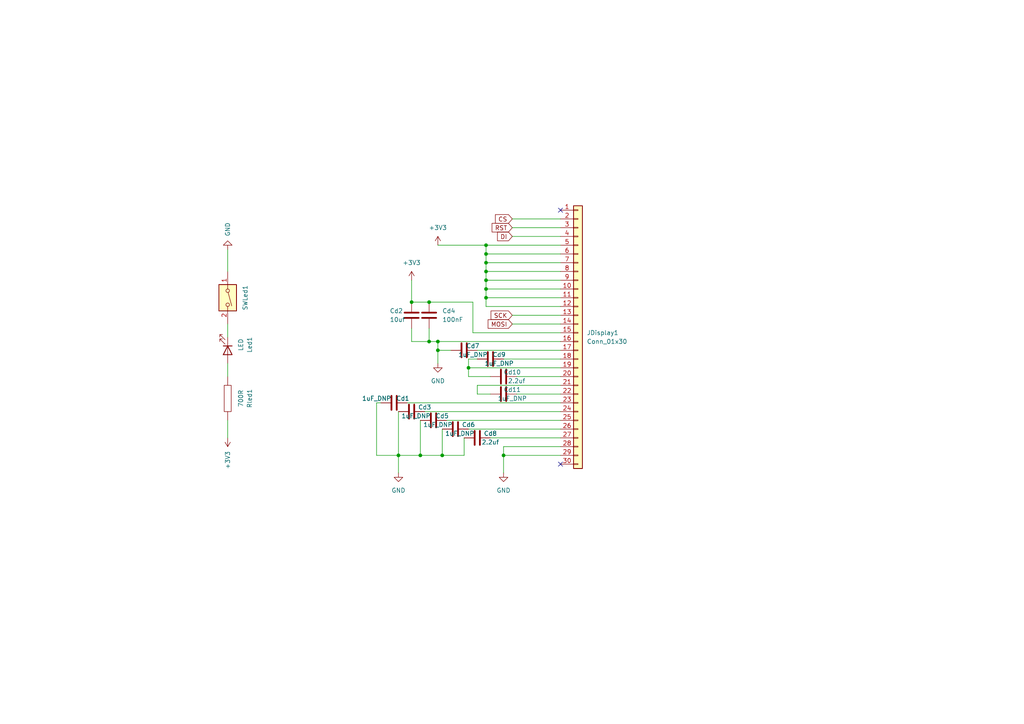
<source format=kicad_sch>
(kicad_sch (version 20211123) (generator eeschema)
  (paper "A4")
  (lib_symbols
    (symbol "Connector_Generic:Conn_01x30" (pin_names (offset 1.016) hide)
      (property "Reference" "J" (at 0 38.1 0))
      (property "Value" "Conn_01x30" (at 0 -40.64 0))
      (symbol "Conn_01x30_1_1"
        (rectangle (start -1.27 -37.973) (end 0 -38.227) (stroke (width 0.1524)))
        (rectangle (start -1.27 -35.433) (end 0 -35.687) (stroke (width 0.1524)))
        (rectangle (start -1.27 -32.893) (end 0 -33.147) (stroke (width 0.1524)))
        (rectangle (start -1.27 -30.353) (end 0 -30.607) (stroke (width 0.1524)))
        (rectangle (start -1.27 -27.813) (end 0 -28.067) (stroke (width 0.1524)))
        (rectangle (start -1.27 -25.273) (end 0 -25.527) (stroke (width 0.1524)))
        (rectangle (start -1.27 -22.733) (end 0 -22.987) (stroke (width 0.1524)))
        (rectangle (start -1.27 -20.193) (end 0 -20.447) (stroke (width 0.1524)))
        (rectangle (start -1.27 -17.653) (end 0 -17.907) (stroke (width 0.1524)))
        (rectangle (start -1.27 -15.113) (end 0 -15.367) (stroke (width 0.1524)))
        (rectangle (start -1.27 -12.573) (end 0 -12.827) (stroke (width 0.1524)))
        (rectangle (start -1.27 -10.033) (end 0 -10.287) (stroke (width 0.1524)))
        (rectangle (start -1.27 -7.493) (end 0 -7.747) (stroke (width 0.1524)))
        (rectangle (start -1.27 -4.953) (end 0 -5.207) (stroke (width 0.1524)))
        (rectangle (start -1.27 -2.413) (end 0 -2.667) (stroke (width 0.1524)))
        (rectangle (start -1.27 0.127) (end 0 -0.127) (stroke (width 0.1524)))
        (rectangle (start -1.27 2.667) (end 0 2.413) (stroke (width 0.1524)))
        (rectangle (start -1.27 5.207) (end 0 4.953) (stroke (width 0.1524)))
        (rectangle (start -1.27 7.747) (end 0 7.493) (stroke (width 0.1524)))
        (rectangle (start -1.27 10.287) (end 0 10.033) (stroke (width 0.1524)))
        (rectangle (start -1.27 12.827) (end 0 12.573) (stroke (width 0.1524)))
        (rectangle (start -1.27 15.367) (end 0 15.113) (stroke (width 0.1524)))
        (rectangle (start -1.27 17.907) (end 0 17.653) (stroke (width 0.1524)))
        (rectangle (start -1.27 20.447) (end 0 20.193) (stroke (width 0.1524)))
        (rectangle (start -1.27 22.987) (end 0 22.733) (stroke (width 0.1524)))
        (rectangle (start -1.27 25.527) (end 0 25.273) (stroke (width 0.1524)))
        (rectangle (start -1.27 28.067) (end 0 27.813) (stroke (width 0.1524)))
        (rectangle (start -1.27 30.607) (end 0 30.353) (stroke (width 0.1524)))
        (rectangle (start -1.27 33.147) (end 0 32.893) (stroke (width 0.1524)))
        (rectangle (start -1.27 35.687) (end 0 35.433) (stroke (width 0.1524)))
        (rectangle (start -1.27 36.83) (end 1.27 -39.37) (stroke (width 0.254)) (fill (type background)))
        (pin passive line (at -5.08 35.56 0) (length 3.81) (name "Pin_1") (number "1"))
        (pin passive line (at -5.08 12.7 0) (length 3.81) (name "Pin_10") (number "10"))
        (pin passive line (at -5.08 10.16 0) (length 3.81) (name "Pin_11") (number "11"))
        (pin passive line (at -5.08 7.62 0) (length 3.81) (name "Pin_12") (number "12"))
        (pin passive line (at -5.08 5.08 0) (length 3.81) (name "Pin_13") (number "13"))
        (pin passive line (at -5.08 2.54 0) (length 3.81) (name "Pin_14") (number "14"))
        (pin passive line (at -5.08 0 0) (length 3.81) (name "Pin_15") (number "15"))
        (pin passive line (at -5.08 -2.54 0) (length 3.81) (name "Pin_16") (number "16"))
        (pin passive line (at -5.08 -5.08 0) (length 3.81) (name "Pin_17") (number "17"))
        (pin passive line (at -5.08 -7.62 0) (length 3.81) (name "Pin_18") (number "18"))
        (pin passive line (at -5.08 -10.16 0) (length 3.81) (name "Pin_19") (number "19"))
        (pin passive line (at -5.08 33.02 0) (length 3.81) (name "Pin_2") (number "2"))
        (pin passive line (at -5.08 -12.7 0) (length 3.81) (name "Pin_20") (number "20"))
        (pin passive line (at -5.08 -15.24 0) (length 3.81) (name "Pin_21") (number "21"))
        (pin passive line (at -5.08 -17.78 0) (length 3.81) (name "Pin_22") (number "22"))
        (pin passive line (at -5.08 -20.32 0) (length 3.81) (name "Pin_23") (number "23"))
        (pin passive line (at -5.08 -22.86 0) (length 3.81) (name "Pin_24") (number "24"))
        (pin passive line (at -5.08 -25.4 0) (length 3.81) (name "Pin_25") (number "25"))
        (pin passive line (at -5.08 -27.94 0) (length 3.81) (name "Pin_26") (number "26"))
        (pin passive line (at -5.08 -30.48 0) (length 3.81) (name "Pin_27") (number "27"))
        (pin passive line (at -5.08 -33.02 0) (length 3.81) (name "Pin_28") (number "28"))
        (pin passive line (at -5.08 -35.56 0) (length 3.81) (name "Pin_29") (number "29"))
        (pin passive line (at -5.08 30.48 0) (length 3.81) (name "Pin_3") (number "3"))
        (pin passive line (at -5.08 -38.1 0) (length 3.81) (name "Pin_30") (number "30"))
        (pin passive line (at -5.08 27.94 0) (length 3.81) (name "Pin_4") (number "4"))
        (pin passive line (at -5.08 25.4 0) (length 3.81) (name "Pin_5") (number "5"))
        (pin passive line (at -5.08 22.86 0) (length 3.81) (name "Pin_6") (number "6"))
        (pin passive line (at -5.08 20.32 0) (length 3.81) (name "Pin_7") (number "7"))
        (pin passive line (at -5.08 17.78 0) (length 3.81) (name "Pin_8") (number "8"))
        (pin passive line (at -5.08 15.24 0) (length 3.81) (name "Pin_9") (number "9"))
      )
    )
    (symbol "Device:C" (pin_numbers hide) (pin_names (offset 0.254))
      (property "Reference" "C" (at 0.635 2.54 0))
      (property "Value" "C" (at 0.635 -2.54 0))
      (symbol "C_0_1"
        (polyline (pts (xy -2.032 -0.762) (xy 2.032 -0.762)) (stroke (width 0.508)))
        (polyline (pts (xy -2.032 0.762) (xy 2.032 0.762)) (stroke (width 0.508)))
      )
      (symbol "C_1_1"
        (pin passive line (at 0 3.81 270) (length 2.794) (name "~") (number "1"))
        (pin passive line (at 0 -3.81 90) (length 2.794) (name "~") (number "2"))
      )
    )
    (symbol "Device:LED" (pin_numbers hide) (pin_names (offset 1.016) hide)
      (property "Reference" "D" (at 0 2.54 0))
      (property "Value" "LED" (at 0 -2.54 0))
      (symbol "LED_0_1"
        (polyline (pts (xy -1.27 -1.27) (xy -1.27 1.27)) (stroke (width 0.254)))
        (polyline (pts (xy -1.27 0) (xy 1.27 0)))
        (polyline (pts (xy 1.27 -1.27) (xy 1.27 1.27) (xy -1.27 0) (xy 1.27 -1.27)) (stroke (width 0.254)))
        (polyline (pts (xy -3.048 -0.762) (xy -4.572 -2.286) (xy -3.81 -2.286) (xy -4.572 -2.286) (xy -4.572 -1.524)))
        (polyline (pts (xy -1.778 -0.762) (xy -3.302 -2.286) (xy -2.54 -2.286) (xy -3.302 -2.286) (xy -3.302 -1.524)))
      )
      (symbol "LED_1_1"
        (pin passive line (at -3.81 0 0) (length 2.54) (name "K") (number "1"))
        (pin passive line (at 3.81 0 180) (length 2.54) (name "A") (number "2"))
      )
    )
    (symbol "Switch:SW_DIP_x01" (pin_names (offset 0) hide)
      (property "Reference" "SW" (at 0 3.81 0))
      (property "Value" "SW_DIP_x01" (at 0 -3.81 0))
      (symbol "SW_DIP_x01_0_0"
        (circle (center -2.032 0) (radius 0.508))
        (polyline (pts (xy -1.524 0.127) (xy 2.3622 1.1684)))
        (circle (center 2.032 0) (radius 0.508))
      )
      (symbol "SW_DIP_x01_0_1"
        (rectangle (start -3.81 2.54) (end 3.81 -2.54) (stroke (width 0.254)) (fill (type background)))
      )
      (symbol "SW_DIP_x01_1_1"
        (pin passive line (at -7.62 0 0) (length 5.08) (name "~") (number "1"))
        (pin passive line (at 7.62 0 180) (length 5.08) (name "~") (number "2"))
      )
    )
    (symbol "power:+3V3" (power) (pin_names (offset 0))
      (property "Value" "+3V3" (at 0 3.556 0))
      (symbol "+3V3_0_1"
        (polyline (pts (xy -0.762 1.27) (xy 0 2.54)))
        (polyline (pts (xy 0 0) (xy 0 2.54)))
        (polyline (pts (xy 0 2.54) (xy 0.762 1.27)))
      )
      (symbol "+3V3_1_1"
        (pin power_in line (at 0 0 90) (length 0) hide (name "+3V3") (number "1"))
      )
    )
    (symbol "power:GND" (power) (pin_names (offset 0))
      (property "Value" "GND" (at 0 -3.81 0))
      (symbol "GND_0_1"
        (polyline (pts (xy 0 0) (xy 0 -1.27) (xy 1.27 -1.27) (xy 0 -2.54) (xy -1.27 -1.27) (xy 0 -1.27)))
      )
      (symbol "GND_1_1"
        (pin power_in line (at 0 0 270) (length 0) hide (name "GND") (number "1"))
      )
    )
    (symbol "pspice:R" (pin_numbers hide) (pin_names (offset 0))
      (property "Reference" "R" (at 2.032 0 90))
      (property "Value" "R" (at 0 0 90))
      (symbol "R_0_1"
        (rectangle (start -1.016 3.81) (end 1.016 -3.81))
      )
      (symbol "R_1_1"
        (pin passive line (at 0 6.35 270) (length 2.54) (name "~") (number "1"))
        (pin passive line (at 0 -6.35 90) (length 2.54) (name "~") (number "2"))
      )
    )
  )
  (junction (at 128.27 132.08))
  (junction (at 140.97 83.82))
  (junction (at 135.89 106.68))
  (junction (at 140.97 73.66))
  (junction (at 140.97 78.74))
  (junction (at 146.05 132.08))
  (junction (at 124.46 87.63))
  (junction (at 140.97 81.28))
  (junction (at 127 99.06))
  (junction (at 115.57 132.08))
  (junction (at 124.46 99.06))
  (junction (at 140.97 76.2))
  (junction (at 127 101.6))
  (junction (at 140.97 71.12))
  (junction (at 121.92 132.08))
  (junction (at 140.97 86.36))
  (junction (at 119.38 87.63))
  (no_connect (at 162.56 60.96))
  (no_connect (at 162.56 134.62))
  (wire (pts (xy 127 99.06) (xy 162.56 99.06)))
  (wire (pts (xy 119.38 99.06) (xy 124.46 99.06)))
  (wire (pts (xy 140.97 71.12) (xy 162.56 71.12)))
  (wire (pts (xy 138.43 114.3) (xy 142.24 114.3)))
  (wire (pts (xy 135.89 124.46) (xy 162.56 124.46)))
  (wire (pts (xy 140.97 71.12) (xy 140.97 73.66)))
  (wire (pts (xy 119.38 95.25) (xy 119.38 99.06)))
  (wire (pts (xy 109.22 116.84) (xy 110.49 116.84)))
  (wire (pts (xy 115.57 132.08) (xy 121.92 132.08)))
  (wire (pts (xy 135.89 106.68) (xy 162.56 106.68)))
  (wire (pts (xy 148.59 93.98) (xy 162.56 93.98)))
  (wire (pts (xy 109.22 132.08) (xy 115.57 132.08)))
  (wire (pts (xy 121.92 121.92) (xy 121.92 132.08)))
  (wire (pts (xy 140.97 86.36) (xy 162.56 86.36)))
  (wire (pts (xy 140.97 78.74) (xy 162.56 78.74)))
  (wire (pts (xy 140.97 81.28) (xy 140.97 78.74)))
  (wire (pts (xy 124.46 99.06) (xy 127 99.06)))
  (wire (pts (xy 162.56 129.54) (xy 146.05 129.54)))
  (wire (pts (xy 138.43 111.76) (xy 138.43 114.3)))
  (wire (pts (xy 140.97 86.36) (xy 140.97 83.82)))
  (wire (pts (xy 109.22 116.84) (xy 109.22 132.08)))
  (wire (pts (xy 124.46 95.25) (xy 124.46 99.06)))
  (wire (pts (xy 148.59 66.04) (xy 162.56 66.04)))
  (wire (pts (xy 115.57 119.38) (xy 115.57 132.08)))
  (wire (pts (xy 135.89 106.68) (xy 135.89 104.14)))
  (wire (pts (xy 146.05 132.08) (xy 162.56 132.08)))
  (wire (pts (xy 127 101.6) (xy 127 105.41)))
  (wire (pts (xy 149.86 109.22) (xy 162.56 109.22)))
  (wire (pts (xy 121.92 132.08) (xy 128.27 132.08)))
  (wire (pts (xy 140.97 83.82) (xy 162.56 83.82)))
  (wire (pts (xy 148.59 63.5) (xy 162.56 63.5)))
  (wire (pts (xy 148.59 91.44) (xy 162.56 91.44)))
  (wire (pts (xy 137.16 96.52) (xy 137.16 87.63)))
  (wire (pts (xy 119.38 81.28) (xy 119.38 87.63)))
  (wire (pts (xy 66.04 121.92) (xy 66.04 127)))
  (wire (pts (xy 140.97 83.82) (xy 140.97 81.28)))
  (wire (pts (xy 142.24 127) (xy 162.56 127)))
  (wire (pts (xy 128.27 124.46) (xy 128.27 132.08)))
  (wire (pts (xy 135.89 104.14) (xy 138.43 104.14)))
  (wire (pts (xy 123.19 119.38) (xy 162.56 119.38)))
  (wire (pts (xy 140.97 73.66) (xy 162.56 73.66)))
  (wire (pts (xy 146.05 132.08) (xy 146.05 137.16)))
  (wire (pts (xy 128.27 132.08) (xy 134.62 132.08)))
  (wire (pts (xy 118.11 116.84) (xy 162.56 116.84)))
  (wire (pts (xy 66.04 105.41) (xy 66.04 109.22)))
  (wire (pts (xy 146.05 129.54) (xy 146.05 132.08)))
  (wire (pts (xy 140.97 88.9) (xy 162.56 88.9)))
  (wire (pts (xy 135.89 109.22) (xy 135.89 106.68)))
  (wire (pts (xy 140.97 78.74) (xy 140.97 76.2)))
  (wire (pts (xy 146.05 104.14) (xy 162.56 104.14)))
  (wire (pts (xy 137.16 87.63) (xy 124.46 87.63)))
  (wire (pts (xy 134.62 132.08) (xy 134.62 127)))
  (wire (pts (xy 142.24 109.22) (xy 135.89 109.22)))
  (wire (pts (xy 162.56 111.76) (xy 138.43 111.76)))
  (wire (pts (xy 127 99.06) (xy 127 101.6)))
  (wire (pts (xy 115.57 132.08) (xy 115.57 137.16)))
  (wire (pts (xy 127 71.12) (xy 140.97 71.12)))
  (wire (pts (xy 140.97 76.2) (xy 140.97 73.66)))
  (wire (pts (xy 140.97 88.9) (xy 140.97 86.36)))
  (wire (pts (xy 127 101.6) (xy 130.81 101.6)))
  (wire (pts (xy 119.38 87.63) (xy 124.46 87.63)))
  (wire (pts (xy 66.04 93.98) (xy 66.04 97.79)))
  (wire (pts (xy 162.56 96.52) (xy 137.16 96.52)))
  (wire (pts (xy 140.97 76.2) (xy 162.56 76.2)))
  (wire (pts (xy 149.86 114.3) (xy 162.56 114.3)))
  (wire (pts (xy 148.59 68.58) (xy 162.56 68.58)))
  (wire (pts (xy 140.97 81.28) (xy 162.56 81.28)))
  (wire (pts (xy 66.04 72.39) (xy 66.04 78.74)))
  (wire (pts (xy 129.54 121.92) (xy 162.56 121.92)))
  (wire (pts (xy 138.43 101.6) (xy 162.56 101.6)))
  (global_label "DI" (shape input) (at 148.59 68.58 180) (property "Riferimenti inter-foglio" "${INTERSHEET_REFS}" (effects hide)))
  (global_label "MOSI" (shape input) (at 148.59 93.98 180) (property "Riferimenti inter-foglio" "${INTERSHEET_REFS}" (effects hide)))
  (global_label "SCK" (shape input) (at 148.59 91.44 180) (property "Riferimenti inter-foglio" "${INTERSHEET_REFS}" (effects hide)))
  (global_label "CS" (shape input) (at 148.59 63.5 180) (property "Riferimenti inter-foglio" "${INTERSHEET_REFS}" (effects hide)))
  (global_label "RST" (shape input) (at 148.59 66.04 180) (property "Riferimenti inter-foglio" "${INTERSHEET_REFS}" (effects hide)))
  (symbol (lib_id "power:GND") (at 66.04 72.39 180) (unit 1)
    (property "Reference" "#PWR0102" (effects hide))
    (property "Value" "GND" (at 66.0401 68.58 90) (effects (justify right)))
  )
  (symbol (lib_id "Device:C") (at 125.73 121.92 90) (unit 1)
    (property "Reference" "Cd5" (at 128.27 120.65 90))
    (property "Value" "1uF_DNP" (at 127 123.19 90))
    (property "Footprint" "Capacitor_SMD:C_0603_1608Metric" (effects hide))
  )
  (symbol (lib_id "Device:C") (at 119.38 91.44 0) (unit 1)
    (property "Reference" "Cd2" (at 113.03 90.17 0) (effects (justify left)))
    (property "Value" "10uf" (at 113.03 92.71 0) (effects (justify left)))
    (property "Footprint" "Capacitor_SMD:C_0603_1608Metric" (effects hide))
  )
  (symbol (lib_id "Device:LED") (at 66.04 101.6 270) (unit 1)
    (property "Reference" "Led1" (at 72.39 100.0125 0))
    (property "Value" "LED" (at 69.85 100.0125 0))
    (property "Footprint" "LED_THT:LED_D3.0mm" (effects hide))
  )
  (symbol (lib_id "Device:C") (at 146.05 114.3 90) (unit 1)
    (property "Reference" "Cd11" (at 148.59 113.03 90))
    (property "Value" "1uF_DNP" (at 148.59 115.57 90))
    (property "Footprint" "Capacitor_SMD:C_0603_1608Metric" (effects hide))
  )
  (symbol (lib_id "Device:C") (at 114.3 116.84 90) (unit 1)
    (property "Reference" "Cd1" (at 116.84 115.57 90))
    (property "Value" "1uF_DNP" (at 109.22 115.57 90))
    (property "Footprint" "Capacitor_SMD:C_0603_1608Metric" (effects hide))
  )
  (symbol (lib_id "pspice:R") (at 66.04 115.57 0) (unit 1)
    (property "Reference" "Rled1" (at 72.39 115.57 90))
    (property "Value" "700R" (at 69.85 115.57 90))
    (property "Footprint" "Resistor_SMD:R_0603_1608Metric" (effects hide))
  )
  (symbol (lib_id "power:+3V3") (at 66.04 127 180) (unit 1)
    (property "Reference" "#PWR0101" (effects hide))
    (property "Value" "+3V3" (at 66.0401 130.81 90) (effects (justify left)))
  )
  (symbol (lib_id "Device:C") (at 134.62 101.6 90) (unit 1)
    (property "Reference" "Cd7" (at 137.16 100.33 90))
    (property "Value" "1uF_DNP" (at 137.16 102.87 90))
    (property "Footprint" "Capacitor_SMD:C_0603_1608Metric" (effects hide))
  )
  (symbol (lib_id "Device:C") (at 124.46 91.44 0) (unit 1)
    (property "Reference" "Cd4" (at 128.27 90.1699 0) (effects (justify left)))
    (property "Value" "100nF" (at 128.27 92.7099 0) (effects (justify left)))
    (property "Footprint" "Capacitor_SMD:C_0603_1608Metric" (effects hide))
  )
  (symbol (lib_id "power:+3V3") (at 127 71.12 0) (unit 1)
    (property "Reference" "#PWR03" (effects hide))
    (property "Value" "+3V3" (at 127 66.04 0))
  )
  (symbol (lib_id "power:GND") (at 115.57 137.16 0) (unit 1)
    (property "Reference" "#PWR01" (effects hide))
    (property "Value" "GND" (at 115.57 142.24 0))
  )
  (symbol (lib_id "Device:C") (at 142.24 104.14 90) (unit 1)
    (property "Reference" "Cd9" (at 144.78 102.87 90))
    (property "Value" "1uF_DNP" (at 144.78 105.41 90))
    (property "Footprint" "Capacitor_SMD:C_0603_1608Metric" (effects hide))
  )
  (symbol (lib_id "Device:C") (at 138.43 127 90) (unit 1)
    (property "Reference" "Cd8" (at 142.24 125.73 90))
    (property "Value" "2.2uf" (at 142.24 128.27 90))
    (property "Footprint" "Capacitor_SMD:C_0603_1608Metric" (effects hide))
  )
  (symbol (lib_id "Device:C") (at 132.08 124.46 90) (unit 1)
    (property "Reference" "Cd6" (at 135.89 123.19 90))
    (property "Value" "1uF_DNP" (at 133.35 125.73 90))
    (property "Footprint" "Capacitor_SMD:C_0603_1608Metric" (effects hide))
  )
  (symbol (lib_id "Device:C") (at 119.38 119.38 90) (unit 1)
    (property "Reference" "Cd3" (at 123.19 118.11 90))
    (property "Value" "1uF_DNP" (at 120.65 120.65 90))
    (property "Footprint" "Capacitor_SMD:C_0603_1608Metric" (effects hide))
  )
  (symbol (lib_id "Connector_Generic:Conn_01x30") (at 167.64 96.52 0) (unit 1)
    (property "Reference" "JDisplay1" (at 170.18 96.5199 0) (effects (justify left)))
    (property "Value" "Conn_01x30" (at 170.18 99.0599 0) (effects (justify left)))
    (property "Footprint" "Connector_FFC-FPC:Hirose_FH12-30S-0.5SH_1x30-1MP_P0.50mm_Horizontal" (effects hide))
  )
  (symbol (lib_id "power:+3V3") (at 119.38 81.28 0) (unit 1)
    (property "Reference" "#PWR02" (effects hide))
    (property "Value" "+3V3" (at 119.38 76.2 0))
  )
  (symbol (lib_id "Device:C") (at 146.05 109.22 90) (unit 1)
    (property "Reference" "Cd10" (at 148.59 107.95 90))
    (property "Value" "2.2uf" (at 149.86 110.49 90))
    (property "Footprint" "Capacitor_SMD:C_0603_1608Metric" (effects hide))
  )
  (symbol (lib_id "power:GND") (at 146.05 137.16 0) (unit 1)
    (property "Reference" "#PWR05" (effects hide))
    (property "Value" "GND" (at 146.05 142.24 0))
  )
  (symbol (lib_id "Switch:SW_DIP_x01") (at 66.04 86.36 270) (unit 1)
    (property "Reference" "SWLed1" (at 71.12 86.36 0))
    (property "Value" "SW_Reset" (effects hide))
    (property "Footprint" "Button_Switch_THT:SW_PUSH_6mm" (effects hide))
  )
  (symbol (lib_id "power:GND") (at 127 105.41 0) (unit 1)
    (property "Reference" "#PWR04" (effects hide))
    (property "Value" "GND" (at 127 110.49 0))
  )
)
</source>
